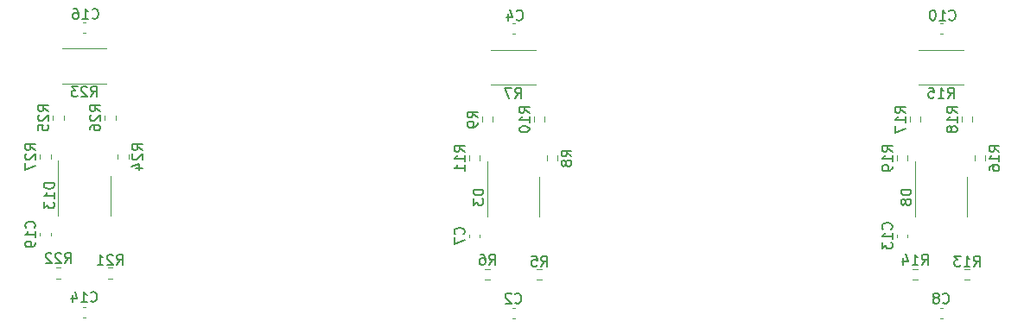
<source format=gbr>
%TF.GenerationSoftware,KiCad,Pcbnew,6.0.2+dfsg-1*%
%TF.CreationDate,2023-11-28T02:04:46+03:00*%
%TF.ProjectId,servodriver,73657276-6f64-4726-9976-65722e6b6963,rev?*%
%TF.SameCoordinates,Original*%
%TF.FileFunction,Legend,Bot*%
%TF.FilePolarity,Positive*%
%FSLAX46Y46*%
G04 Gerber Fmt 4.6, Leading zero omitted, Abs format (unit mm)*
G04 Created by KiCad (PCBNEW 6.0.2+dfsg-1) date 2023-11-28 02:04:46*
%MOMM*%
%LPD*%
G01*
G04 APERTURE LIST*
%ADD10C,0.150000*%
%ADD11C,0.120000*%
G04 APERTURE END LIST*
D10*
%TO.C,C19*%
X122258507Y-91766653D02*
X122306126Y-91719034D01*
X122353745Y-91576177D01*
X122353745Y-91480939D01*
X122306126Y-91338082D01*
X122210888Y-91242844D01*
X122115650Y-91195225D01*
X121925174Y-91147606D01*
X121782317Y-91147606D01*
X121591841Y-91195225D01*
X121496603Y-91242844D01*
X121401365Y-91338082D01*
X121353745Y-91480939D01*
X121353745Y-91576177D01*
X121401365Y-91719034D01*
X121448984Y-91766653D01*
X122353745Y-92719034D02*
X122353745Y-92147606D01*
X122353745Y-92433320D02*
X121353745Y-92433320D01*
X121496603Y-92338082D01*
X121591841Y-92242844D01*
X121639460Y-92147606D01*
X122353745Y-93195225D02*
X122353745Y-93385701D01*
X122306126Y-93480939D01*
X122258507Y-93528558D01*
X122115650Y-93623796D01*
X121925174Y-93671415D01*
X121544222Y-93671415D01*
X121448984Y-93623796D01*
X121401365Y-93576177D01*
X121353745Y-93480939D01*
X121353745Y-93290463D01*
X121401365Y-93195225D01*
X121448984Y-93147606D01*
X121544222Y-93099987D01*
X121782317Y-93099987D01*
X121877555Y-93147606D01*
X121925174Y-93195225D01*
X121972793Y-93290463D01*
X121972793Y-93480939D01*
X121925174Y-93576177D01*
X121877555Y-93623796D01*
X121782317Y-93671415D01*
%TO.C,R22*%
X125244222Y-95241891D02*
X125577555Y-94765701D01*
X125815650Y-95241891D02*
X125815650Y-94241891D01*
X125434698Y-94241891D01*
X125339460Y-94289511D01*
X125291841Y-94337130D01*
X125244222Y-94432368D01*
X125244222Y-94575225D01*
X125291841Y-94670463D01*
X125339460Y-94718082D01*
X125434698Y-94765701D01*
X125815650Y-94765701D01*
X124863269Y-94337130D02*
X124815650Y-94289511D01*
X124720412Y-94241891D01*
X124482317Y-94241891D01*
X124387079Y-94289511D01*
X124339460Y-94337130D01*
X124291841Y-94432368D01*
X124291841Y-94527606D01*
X124339460Y-94670463D01*
X124910888Y-95241891D01*
X124291841Y-95241891D01*
X123910888Y-94337130D02*
X123863269Y-94289511D01*
X123768031Y-94241891D01*
X123529936Y-94241891D01*
X123434698Y-94289511D01*
X123387079Y-94337130D01*
X123339460Y-94432368D01*
X123339460Y-94527606D01*
X123387079Y-94670463D01*
X123958507Y-95241891D01*
X123339460Y-95241891D01*
%TO.C,C2*%
X169361312Y-99097142D02*
X169408931Y-99144761D01*
X169551788Y-99192380D01*
X169647026Y-99192380D01*
X169789884Y-99144761D01*
X169885122Y-99049523D01*
X169932741Y-98954285D01*
X169980360Y-98763809D01*
X169980360Y-98620952D01*
X169932741Y-98430476D01*
X169885122Y-98335238D01*
X169789884Y-98240000D01*
X169647026Y-98192380D01*
X169551788Y-98192380D01*
X169408931Y-98240000D01*
X169361312Y-98287619D01*
X168980360Y-98287619D02*
X168932741Y-98240000D01*
X168837503Y-98192380D01*
X168599407Y-98192380D01*
X168504169Y-98240000D01*
X168456550Y-98287619D01*
X168408931Y-98382857D01*
X168408931Y-98478095D01*
X168456550Y-98620952D01*
X169027979Y-99192380D01*
X168408931Y-99192380D01*
%TO.C,R25*%
X123623745Y-80336653D02*
X123147555Y-80003320D01*
X123623745Y-79765225D02*
X122623745Y-79765225D01*
X122623745Y-80146177D01*
X122671365Y-80241415D01*
X122718984Y-80289034D01*
X122814222Y-80336653D01*
X122957079Y-80336653D01*
X123052317Y-80289034D01*
X123099936Y-80241415D01*
X123147555Y-80146177D01*
X123147555Y-79765225D01*
X122718984Y-80717606D02*
X122671365Y-80765225D01*
X122623745Y-80860463D01*
X122623745Y-81098558D01*
X122671365Y-81193796D01*
X122718984Y-81241415D01*
X122814222Y-81289034D01*
X122909460Y-81289034D01*
X123052317Y-81241415D01*
X123623745Y-80669987D01*
X123623745Y-81289034D01*
X122623745Y-82193796D02*
X122623745Y-81717606D01*
X123099936Y-81669987D01*
X123052317Y-81717606D01*
X123004698Y-81812844D01*
X123004698Y-82050939D01*
X123052317Y-82146177D01*
X123099936Y-82193796D01*
X123195174Y-82241415D01*
X123433269Y-82241415D01*
X123528507Y-82193796D01*
X123576126Y-82146177D01*
X123623745Y-82050939D01*
X123623745Y-81812844D01*
X123576126Y-81717606D01*
X123528507Y-81669987D01*
%TO.C,R14*%
X209207503Y-95382380D02*
X209540836Y-94906190D01*
X209778931Y-95382380D02*
X209778931Y-94382380D01*
X209397979Y-94382380D01*
X209302741Y-94430000D01*
X209255122Y-94477619D01*
X209207503Y-94572857D01*
X209207503Y-94715714D01*
X209255122Y-94810952D01*
X209302741Y-94858571D01*
X209397979Y-94906190D01*
X209778931Y-94906190D01*
X208255122Y-95382380D02*
X208826550Y-95382380D01*
X208540836Y-95382380D02*
X208540836Y-94382380D01*
X208636074Y-94525238D01*
X208731312Y-94620476D01*
X208826550Y-94668095D01*
X207397979Y-94715714D02*
X207397979Y-95382380D01*
X207636074Y-94334761D02*
X207874169Y-95049047D01*
X207255122Y-95049047D01*
%TO.C,C8*%
X211271312Y-99097142D02*
X211318931Y-99144761D01*
X211461788Y-99192380D01*
X211557026Y-99192380D01*
X211699884Y-99144761D01*
X211795122Y-99049523D01*
X211842741Y-98954285D01*
X211890360Y-98763809D01*
X211890360Y-98620952D01*
X211842741Y-98430476D01*
X211795122Y-98335238D01*
X211699884Y-98240000D01*
X211557026Y-98192380D01*
X211461788Y-98192380D01*
X211318931Y-98240000D01*
X211271312Y-98287619D01*
X210699884Y-98620952D02*
X210795122Y-98573333D01*
X210842741Y-98525714D01*
X210890360Y-98430476D01*
X210890360Y-98382857D01*
X210842741Y-98287619D01*
X210795122Y-98240000D01*
X210699884Y-98192380D01*
X210509407Y-98192380D01*
X210414169Y-98240000D01*
X210366550Y-98287619D01*
X210318931Y-98382857D01*
X210318931Y-98430476D01*
X210366550Y-98525714D01*
X210414169Y-98573333D01*
X210509407Y-98620952D01*
X210699884Y-98620952D01*
X210795122Y-98668571D01*
X210842741Y-98716190D01*
X210890360Y-98811428D01*
X210890360Y-99001904D01*
X210842741Y-99097142D01*
X210795122Y-99144761D01*
X210699884Y-99192380D01*
X210509407Y-99192380D01*
X210414169Y-99144761D01*
X210366550Y-99097142D01*
X210318931Y-99001904D01*
X210318931Y-98811428D01*
X210366550Y-98716190D01*
X210414169Y-98668571D01*
X210509407Y-98620952D01*
%TO.C,R21*%
X130324222Y-95401891D02*
X130657555Y-94925701D01*
X130895650Y-95401891D02*
X130895650Y-94401891D01*
X130514698Y-94401891D01*
X130419460Y-94449511D01*
X130371841Y-94497130D01*
X130324222Y-94592368D01*
X130324222Y-94735225D01*
X130371841Y-94830463D01*
X130419460Y-94878082D01*
X130514698Y-94925701D01*
X130895650Y-94925701D01*
X129943269Y-94497130D02*
X129895650Y-94449511D01*
X129800412Y-94401891D01*
X129562317Y-94401891D01*
X129467079Y-94449511D01*
X129419460Y-94497130D01*
X129371841Y-94592368D01*
X129371841Y-94687606D01*
X129419460Y-94830463D01*
X129990888Y-95401891D01*
X129371841Y-95401891D01*
X128419460Y-95401891D02*
X128990888Y-95401891D01*
X128705174Y-95401891D02*
X128705174Y-94401891D01*
X128800412Y-94544749D01*
X128895650Y-94639987D01*
X128990888Y-94687606D01*
%TO.C,R24*%
X132833745Y-84146653D02*
X132357555Y-83813320D01*
X132833745Y-83575225D02*
X131833745Y-83575225D01*
X131833745Y-83956177D01*
X131881365Y-84051415D01*
X131928984Y-84099034D01*
X132024222Y-84146653D01*
X132167079Y-84146653D01*
X132262317Y-84099034D01*
X132309936Y-84051415D01*
X132357555Y-83956177D01*
X132357555Y-83575225D01*
X131928984Y-84527606D02*
X131881365Y-84575225D01*
X131833745Y-84670463D01*
X131833745Y-84908558D01*
X131881365Y-85003796D01*
X131928984Y-85051415D01*
X132024222Y-85099034D01*
X132119460Y-85099034D01*
X132262317Y-85051415D01*
X132833745Y-84479987D01*
X132833745Y-85099034D01*
X132167079Y-85956177D02*
X132833745Y-85956177D01*
X131786126Y-85718082D02*
X132500412Y-85479987D01*
X132500412Y-86099034D01*
%TO.C,C10*%
X211888083Y-71317142D02*
X211935702Y-71364761D01*
X212078559Y-71412380D01*
X212173797Y-71412380D01*
X212316654Y-71364761D01*
X212411892Y-71269523D01*
X212459511Y-71174285D01*
X212507130Y-70983809D01*
X212507130Y-70840952D01*
X212459511Y-70650476D01*
X212411892Y-70555238D01*
X212316654Y-70460000D01*
X212173797Y-70412380D01*
X212078559Y-70412380D01*
X211935702Y-70460000D01*
X211888083Y-70507619D01*
X210935702Y-71412380D02*
X211507130Y-71412380D01*
X211221416Y-71412380D02*
X211221416Y-70412380D01*
X211316654Y-70555238D01*
X211411892Y-70650476D01*
X211507130Y-70698095D01*
X210316654Y-70412380D02*
X210221416Y-70412380D01*
X210126178Y-70460000D01*
X210078559Y-70507619D01*
X210030940Y-70602857D01*
X209983321Y-70793333D01*
X209983321Y-71031428D01*
X210030940Y-71221904D01*
X210078559Y-71317142D01*
X210126178Y-71364761D01*
X210221416Y-71412380D01*
X210316654Y-71412380D01*
X210411892Y-71364761D01*
X210459511Y-71317142D01*
X210507130Y-71221904D01*
X210554749Y-71031428D01*
X210554749Y-70793333D01*
X210507130Y-70602857D01*
X210459511Y-70507619D01*
X210411892Y-70460000D01*
X210316654Y-70412380D01*
%TO.C,R6*%
X166821312Y-95382380D02*
X167154646Y-94906190D01*
X167392741Y-95382380D02*
X167392741Y-94382380D01*
X167011788Y-94382380D01*
X166916550Y-94430000D01*
X166868931Y-94477619D01*
X166821312Y-94572857D01*
X166821312Y-94715714D01*
X166868931Y-94810952D01*
X166916550Y-94858571D01*
X167011788Y-94906190D01*
X167392741Y-94906190D01*
X165964169Y-94382380D02*
X166154646Y-94382380D01*
X166249884Y-94430000D01*
X166297503Y-94477619D01*
X166392741Y-94620476D01*
X166440360Y-94810952D01*
X166440360Y-95191904D01*
X166392741Y-95287142D01*
X166345122Y-95334761D01*
X166249884Y-95382380D01*
X166059407Y-95382380D01*
X165964169Y-95334761D01*
X165916550Y-95287142D01*
X165868931Y-95191904D01*
X165868931Y-94953809D01*
X165916550Y-94858571D01*
X165964169Y-94810952D01*
X166059407Y-94763333D01*
X166249884Y-94763333D01*
X166345122Y-94810952D01*
X166392741Y-94858571D01*
X166440360Y-94953809D01*
%TO.C,D8*%
X208157026Y-88001904D02*
X207157026Y-88001904D01*
X207157026Y-88240000D01*
X207204646Y-88382857D01*
X207299884Y-88478095D01*
X207395122Y-88525714D01*
X207585598Y-88573333D01*
X207728455Y-88573333D01*
X207918931Y-88525714D01*
X208014169Y-88478095D01*
X208109407Y-88382857D01*
X208157026Y-88240000D01*
X208157026Y-88001904D01*
X207585598Y-89144761D02*
X207537979Y-89049523D01*
X207490360Y-89001904D01*
X207395122Y-88954285D01*
X207347503Y-88954285D01*
X207252265Y-89001904D01*
X207204646Y-89049523D01*
X207157026Y-89144761D01*
X207157026Y-89335238D01*
X207204646Y-89430476D01*
X207252265Y-89478095D01*
X207347503Y-89525714D01*
X207395122Y-89525714D01*
X207490360Y-89478095D01*
X207537979Y-89430476D01*
X207585598Y-89335238D01*
X207585598Y-89144761D01*
X207633217Y-89049523D01*
X207680836Y-89001904D01*
X207776074Y-88954285D01*
X207966550Y-88954285D01*
X208061788Y-89001904D01*
X208109407Y-89049523D01*
X208157026Y-89144761D01*
X208157026Y-89335238D01*
X208109407Y-89430476D01*
X208061788Y-89478095D01*
X207966550Y-89525714D01*
X207776074Y-89525714D01*
X207680836Y-89478095D01*
X207633217Y-89430476D01*
X207585598Y-89335238D01*
%TO.C,R18*%
X212667026Y-80477142D02*
X212190836Y-80143809D01*
X212667026Y-79905714D02*
X211667026Y-79905714D01*
X211667026Y-80286666D01*
X211714646Y-80381904D01*
X211762265Y-80429523D01*
X211857503Y-80477142D01*
X212000360Y-80477142D01*
X212095598Y-80429523D01*
X212143217Y-80381904D01*
X212190836Y-80286666D01*
X212190836Y-79905714D01*
X212667026Y-81429523D02*
X212667026Y-80858095D01*
X212667026Y-81143809D02*
X211667026Y-81143809D01*
X211809884Y-81048571D01*
X211905122Y-80953333D01*
X211952741Y-80858095D01*
X212095598Y-82000952D02*
X212047979Y-81905714D01*
X212000360Y-81858095D01*
X211905122Y-81810476D01*
X211857503Y-81810476D01*
X211762265Y-81858095D01*
X211714646Y-81905714D01*
X211667026Y-82000952D01*
X211667026Y-82191428D01*
X211714646Y-82286666D01*
X211762265Y-82334285D01*
X211857503Y-82381904D01*
X211905122Y-82381904D01*
X212000360Y-82334285D01*
X212047979Y-82286666D01*
X212095598Y-82191428D01*
X212095598Y-82000952D01*
X212143217Y-81905714D01*
X212190836Y-81858095D01*
X212286074Y-81810476D01*
X212476550Y-81810476D01*
X212571788Y-81858095D01*
X212619407Y-81905714D01*
X212667026Y-82000952D01*
X212667026Y-82191428D01*
X212619407Y-82286666D01*
X212571788Y-82334285D01*
X212476550Y-82381904D01*
X212286074Y-82381904D01*
X212190836Y-82334285D01*
X212143217Y-82286666D01*
X212095598Y-82191428D01*
%TO.C,C13*%
X206221788Y-91907142D02*
X206269407Y-91859523D01*
X206317026Y-91716666D01*
X206317026Y-91621428D01*
X206269407Y-91478571D01*
X206174169Y-91383333D01*
X206078931Y-91335714D01*
X205888455Y-91288095D01*
X205745598Y-91288095D01*
X205555122Y-91335714D01*
X205459884Y-91383333D01*
X205364646Y-91478571D01*
X205317026Y-91621428D01*
X205317026Y-91716666D01*
X205364646Y-91859523D01*
X205412265Y-91907142D01*
X206317026Y-92859523D02*
X206317026Y-92288095D01*
X206317026Y-92573809D02*
X205317026Y-92573809D01*
X205459884Y-92478571D01*
X205555122Y-92383333D01*
X205602741Y-92288095D01*
X205317026Y-93192857D02*
X205317026Y-93811904D01*
X205697979Y-93478571D01*
X205697979Y-93621428D01*
X205745598Y-93716666D01*
X205793217Y-93764285D01*
X205888455Y-93811904D01*
X206126550Y-93811904D01*
X206221788Y-93764285D01*
X206269407Y-93716666D01*
X206317026Y-93621428D01*
X206317026Y-93335714D01*
X206269407Y-93240476D01*
X206221788Y-93192857D01*
%TO.C,R11*%
X164407026Y-84287142D02*
X163930836Y-83953809D01*
X164407026Y-83715714D02*
X163407026Y-83715714D01*
X163407026Y-84096666D01*
X163454646Y-84191904D01*
X163502265Y-84239523D01*
X163597503Y-84287142D01*
X163740360Y-84287142D01*
X163835598Y-84239523D01*
X163883217Y-84191904D01*
X163930836Y-84096666D01*
X163930836Y-83715714D01*
X164407026Y-85239523D02*
X164407026Y-84668095D01*
X164407026Y-84953809D02*
X163407026Y-84953809D01*
X163549884Y-84858571D01*
X163645122Y-84763333D01*
X163692741Y-84668095D01*
X164407026Y-86191904D02*
X164407026Y-85620476D01*
X164407026Y-85906190D02*
X163407026Y-85906190D01*
X163549884Y-85810952D01*
X163645122Y-85715714D01*
X163692741Y-85620476D01*
%TO.C,R8*%
X174887026Y-84763333D02*
X174410836Y-84430000D01*
X174887026Y-84191904D02*
X173887026Y-84191904D01*
X173887026Y-84572857D01*
X173934646Y-84668095D01*
X173982265Y-84715714D01*
X174077503Y-84763333D01*
X174220360Y-84763333D01*
X174315598Y-84715714D01*
X174363217Y-84668095D01*
X174410836Y-84572857D01*
X174410836Y-84191904D01*
X174315598Y-85334761D02*
X174267979Y-85239523D01*
X174220360Y-85191904D01*
X174125122Y-85144285D01*
X174077503Y-85144285D01*
X173982265Y-85191904D01*
X173934646Y-85239523D01*
X173887026Y-85334761D01*
X173887026Y-85525238D01*
X173934646Y-85620476D01*
X173982265Y-85668095D01*
X174077503Y-85715714D01*
X174125122Y-85715714D01*
X174220360Y-85668095D01*
X174267979Y-85620476D01*
X174315598Y-85525238D01*
X174315598Y-85334761D01*
X174363217Y-85239523D01*
X174410836Y-85191904D01*
X174506074Y-85144285D01*
X174696550Y-85144285D01*
X174791788Y-85191904D01*
X174839407Y-85239523D01*
X174887026Y-85334761D01*
X174887026Y-85525238D01*
X174839407Y-85620476D01*
X174791788Y-85668095D01*
X174696550Y-85715714D01*
X174506074Y-85715714D01*
X174410836Y-85668095D01*
X174363217Y-85620476D01*
X174315598Y-85525238D01*
%TO.C,R10*%
X170757026Y-80477142D02*
X170280836Y-80143809D01*
X170757026Y-79905714D02*
X169757026Y-79905714D01*
X169757026Y-80286666D01*
X169804646Y-80381904D01*
X169852265Y-80429523D01*
X169947503Y-80477142D01*
X170090360Y-80477142D01*
X170185598Y-80429523D01*
X170233217Y-80381904D01*
X170280836Y-80286666D01*
X170280836Y-79905714D01*
X170757026Y-81429523D02*
X170757026Y-80858095D01*
X170757026Y-81143809D02*
X169757026Y-81143809D01*
X169899884Y-81048571D01*
X169995122Y-80953333D01*
X170042741Y-80858095D01*
X169757026Y-82048571D02*
X169757026Y-82143809D01*
X169804646Y-82239047D01*
X169852265Y-82286666D01*
X169947503Y-82334285D01*
X170137979Y-82381904D01*
X170376074Y-82381904D01*
X170566550Y-82334285D01*
X170661788Y-82286666D01*
X170709407Y-82239047D01*
X170757026Y-82143809D01*
X170757026Y-82048571D01*
X170709407Y-81953333D01*
X170661788Y-81905714D01*
X170566550Y-81858095D01*
X170376074Y-81810476D01*
X170137979Y-81810476D01*
X169947503Y-81858095D01*
X169852265Y-81905714D01*
X169804646Y-81953333D01*
X169757026Y-82048571D01*
%TO.C,R23*%
X127784222Y-78891891D02*
X128117555Y-78415701D01*
X128355650Y-78891891D02*
X128355650Y-77891891D01*
X127974698Y-77891891D01*
X127879460Y-77939511D01*
X127831841Y-77987130D01*
X127784222Y-78082368D01*
X127784222Y-78225225D01*
X127831841Y-78320463D01*
X127879460Y-78368082D01*
X127974698Y-78415701D01*
X128355650Y-78415701D01*
X127403269Y-77987130D02*
X127355650Y-77939511D01*
X127260412Y-77891891D01*
X127022317Y-77891891D01*
X126927079Y-77939511D01*
X126879460Y-77987130D01*
X126831841Y-78082368D01*
X126831841Y-78177606D01*
X126879460Y-78320463D01*
X127450888Y-78891891D01*
X126831841Y-78891891D01*
X126498507Y-77891891D02*
X125879460Y-77891891D01*
X126212793Y-78272844D01*
X126069936Y-78272844D01*
X125974698Y-78320463D01*
X125927079Y-78368082D01*
X125879460Y-78463320D01*
X125879460Y-78701415D01*
X125927079Y-78796653D01*
X125974698Y-78844272D01*
X126069936Y-78891891D01*
X126355650Y-78891891D01*
X126450888Y-78844272D01*
X126498507Y-78796653D01*
%TO.C,C14*%
X127784222Y-98956653D02*
X127831841Y-99004272D01*
X127974698Y-99051891D01*
X128069936Y-99051891D01*
X128212793Y-99004272D01*
X128308031Y-98909034D01*
X128355650Y-98813796D01*
X128403269Y-98623320D01*
X128403269Y-98480463D01*
X128355650Y-98289987D01*
X128308031Y-98194749D01*
X128212793Y-98099511D01*
X128069936Y-98051891D01*
X127974698Y-98051891D01*
X127831841Y-98099511D01*
X127784222Y-98147130D01*
X126831841Y-99051891D02*
X127403269Y-99051891D01*
X127117555Y-99051891D02*
X127117555Y-98051891D01*
X127212793Y-98194749D01*
X127308031Y-98289987D01*
X127403269Y-98337606D01*
X125974698Y-98385225D02*
X125974698Y-99051891D01*
X126212793Y-98004272D02*
X126450888Y-98718558D01*
X125831841Y-98718558D01*
%TO.C,C7*%
X164311788Y-92383333D02*
X164359407Y-92335714D01*
X164407026Y-92192857D01*
X164407026Y-92097619D01*
X164359407Y-91954761D01*
X164264169Y-91859523D01*
X164168931Y-91811904D01*
X163978455Y-91764285D01*
X163835598Y-91764285D01*
X163645122Y-91811904D01*
X163549884Y-91859523D01*
X163454646Y-91954761D01*
X163407026Y-92097619D01*
X163407026Y-92192857D01*
X163454646Y-92335714D01*
X163502265Y-92383333D01*
X163407026Y-92716666D02*
X163407026Y-93383333D01*
X164407026Y-92954761D01*
%TO.C,R15*%
X211747503Y-79032380D02*
X212080836Y-78556190D01*
X212318931Y-79032380D02*
X212318931Y-78032380D01*
X211937979Y-78032380D01*
X211842741Y-78080000D01*
X211795122Y-78127619D01*
X211747503Y-78222857D01*
X211747503Y-78365714D01*
X211795122Y-78460952D01*
X211842741Y-78508571D01*
X211937979Y-78556190D01*
X212318931Y-78556190D01*
X210795122Y-79032380D02*
X211366550Y-79032380D01*
X211080836Y-79032380D02*
X211080836Y-78032380D01*
X211176074Y-78175238D01*
X211271312Y-78270476D01*
X211366550Y-78318095D01*
X209890360Y-78032380D02*
X210366550Y-78032380D01*
X210414169Y-78508571D01*
X210366550Y-78460952D01*
X210271312Y-78413333D01*
X210033217Y-78413333D01*
X209937979Y-78460952D01*
X209890360Y-78508571D01*
X209842741Y-78603809D01*
X209842741Y-78841904D01*
X209890360Y-78937142D01*
X209937979Y-78984761D01*
X210033217Y-79032380D01*
X210271312Y-79032380D01*
X210366550Y-78984761D01*
X210414169Y-78937142D01*
%TO.C,R27*%
X122353745Y-84146653D02*
X121877555Y-83813320D01*
X122353745Y-83575225D02*
X121353745Y-83575225D01*
X121353745Y-83956177D01*
X121401365Y-84051415D01*
X121448984Y-84099034D01*
X121544222Y-84146653D01*
X121687079Y-84146653D01*
X121782317Y-84099034D01*
X121829936Y-84051415D01*
X121877555Y-83956177D01*
X121877555Y-83575225D01*
X121448984Y-84527606D02*
X121401365Y-84575225D01*
X121353745Y-84670463D01*
X121353745Y-84908558D01*
X121401365Y-85003796D01*
X121448984Y-85051415D01*
X121544222Y-85099034D01*
X121639460Y-85099034D01*
X121782317Y-85051415D01*
X122353745Y-84479987D01*
X122353745Y-85099034D01*
X121353745Y-85432368D02*
X121353745Y-86099034D01*
X122353745Y-85670463D01*
%TO.C,D3*%
X166247026Y-88001904D02*
X165247026Y-88001904D01*
X165247026Y-88240000D01*
X165294646Y-88382857D01*
X165389884Y-88478095D01*
X165485122Y-88525714D01*
X165675598Y-88573333D01*
X165818455Y-88573333D01*
X166008931Y-88525714D01*
X166104169Y-88478095D01*
X166199407Y-88382857D01*
X166247026Y-88240000D01*
X166247026Y-88001904D01*
X165247026Y-88906666D02*
X165247026Y-89525714D01*
X165627979Y-89192380D01*
X165627979Y-89335238D01*
X165675598Y-89430476D01*
X165723217Y-89478095D01*
X165818455Y-89525714D01*
X166056550Y-89525714D01*
X166151788Y-89478095D01*
X166199407Y-89430476D01*
X166247026Y-89335238D01*
X166247026Y-89049523D01*
X166199407Y-88954285D01*
X166151788Y-88906666D01*
%TO.C,R26*%
X128703745Y-80336653D02*
X128227555Y-80003320D01*
X128703745Y-79765225D02*
X127703745Y-79765225D01*
X127703745Y-80146177D01*
X127751365Y-80241415D01*
X127798984Y-80289034D01*
X127894222Y-80336653D01*
X128037079Y-80336653D01*
X128132317Y-80289034D01*
X128179936Y-80241415D01*
X128227555Y-80146177D01*
X128227555Y-79765225D01*
X127798984Y-80717606D02*
X127751365Y-80765225D01*
X127703745Y-80860463D01*
X127703745Y-81098558D01*
X127751365Y-81193796D01*
X127798984Y-81241415D01*
X127894222Y-81289034D01*
X127989460Y-81289034D01*
X128132317Y-81241415D01*
X128703745Y-80669987D01*
X128703745Y-81289034D01*
X127703745Y-82146177D02*
X127703745Y-81955701D01*
X127751365Y-81860463D01*
X127798984Y-81812844D01*
X127941841Y-81717606D01*
X128132317Y-81669987D01*
X128513269Y-81669987D01*
X128608507Y-81717606D01*
X128656126Y-81765225D01*
X128703745Y-81860463D01*
X128703745Y-82050939D01*
X128656126Y-82146177D01*
X128608507Y-82193796D01*
X128513269Y-82241415D01*
X128275174Y-82241415D01*
X128179936Y-82193796D01*
X128132317Y-82146177D01*
X128084698Y-82050939D01*
X128084698Y-81860463D01*
X128132317Y-81765225D01*
X128179936Y-81717606D01*
X128275174Y-81669987D01*
%TO.C,R5*%
X171901312Y-95542380D02*
X172234646Y-95066190D01*
X172472741Y-95542380D02*
X172472741Y-94542380D01*
X172091788Y-94542380D01*
X171996550Y-94590000D01*
X171948931Y-94637619D01*
X171901312Y-94732857D01*
X171901312Y-94875714D01*
X171948931Y-94970952D01*
X171996550Y-95018571D01*
X172091788Y-95066190D01*
X172472741Y-95066190D01*
X170996550Y-94542380D02*
X171472741Y-94542380D01*
X171520360Y-95018571D01*
X171472741Y-94970952D01*
X171377503Y-94923333D01*
X171139407Y-94923333D01*
X171044169Y-94970952D01*
X170996550Y-95018571D01*
X170948931Y-95113809D01*
X170948931Y-95351904D01*
X170996550Y-95447142D01*
X171044169Y-95494761D01*
X171139407Y-95542380D01*
X171377503Y-95542380D01*
X171472741Y-95494761D01*
X171520360Y-95447142D01*
%TO.C,R7*%
X169361312Y-79032380D02*
X169694646Y-78556190D01*
X169932741Y-79032380D02*
X169932741Y-78032380D01*
X169551788Y-78032380D01*
X169456550Y-78080000D01*
X169408931Y-78127619D01*
X169361312Y-78222857D01*
X169361312Y-78365714D01*
X169408931Y-78460952D01*
X169456550Y-78508571D01*
X169551788Y-78556190D01*
X169932741Y-78556190D01*
X169027979Y-78032380D02*
X168361312Y-78032380D01*
X168789884Y-79032380D01*
%TO.C,R13*%
X214287503Y-95542380D02*
X214620836Y-95066190D01*
X214858931Y-95542380D02*
X214858931Y-94542380D01*
X214477979Y-94542380D01*
X214382741Y-94590000D01*
X214335122Y-94637619D01*
X214287503Y-94732857D01*
X214287503Y-94875714D01*
X214335122Y-94970952D01*
X214382741Y-95018571D01*
X214477979Y-95066190D01*
X214858931Y-95066190D01*
X213335122Y-95542380D02*
X213906550Y-95542380D01*
X213620836Y-95542380D02*
X213620836Y-94542380D01*
X213716074Y-94685238D01*
X213811312Y-94780476D01*
X213906550Y-94828095D01*
X213001788Y-94542380D02*
X212382741Y-94542380D01*
X212716074Y-94923333D01*
X212573217Y-94923333D01*
X212477979Y-94970952D01*
X212430360Y-95018571D01*
X212382741Y-95113809D01*
X212382741Y-95351904D01*
X212430360Y-95447142D01*
X212477979Y-95494761D01*
X212573217Y-95542380D01*
X212858931Y-95542380D01*
X212954169Y-95494761D01*
X213001788Y-95447142D01*
%TO.C,D13*%
X124193745Y-87385225D02*
X123193745Y-87385225D01*
X123193745Y-87623320D01*
X123241365Y-87766177D01*
X123336603Y-87861415D01*
X123431841Y-87909034D01*
X123622317Y-87956653D01*
X123765174Y-87956653D01*
X123955650Y-87909034D01*
X124050888Y-87861415D01*
X124146126Y-87766177D01*
X124193745Y-87623320D01*
X124193745Y-87385225D01*
X124193745Y-88909034D02*
X124193745Y-88337606D01*
X124193745Y-88623320D02*
X123193745Y-88623320D01*
X123336603Y-88528082D01*
X123431841Y-88432844D01*
X123479460Y-88337606D01*
X123193745Y-89242368D02*
X123193745Y-89861415D01*
X123574698Y-89528082D01*
X123574698Y-89670939D01*
X123622317Y-89766177D01*
X123669936Y-89813796D01*
X123765174Y-89861415D01*
X124003269Y-89861415D01*
X124098507Y-89813796D01*
X124146126Y-89766177D01*
X124193745Y-89670939D01*
X124193745Y-89385225D01*
X124146126Y-89289987D01*
X124098507Y-89242368D01*
%TO.C,C16*%
X127924802Y-71176653D02*
X127972421Y-71224272D01*
X128115278Y-71271891D01*
X128210516Y-71271891D01*
X128353373Y-71224272D01*
X128448611Y-71129034D01*
X128496230Y-71033796D01*
X128543849Y-70843320D01*
X128543849Y-70700463D01*
X128496230Y-70509987D01*
X128448611Y-70414749D01*
X128353373Y-70319511D01*
X128210516Y-70271891D01*
X128115278Y-70271891D01*
X127972421Y-70319511D01*
X127924802Y-70367130D01*
X126972421Y-71271891D02*
X127543849Y-71271891D01*
X127258135Y-71271891D02*
X127258135Y-70271891D01*
X127353373Y-70414749D01*
X127448611Y-70509987D01*
X127543849Y-70557606D01*
X126115278Y-70271891D02*
X126305754Y-70271891D01*
X126400992Y-70319511D01*
X126448611Y-70367130D01*
X126543849Y-70509987D01*
X126591468Y-70700463D01*
X126591468Y-71081415D01*
X126543849Y-71176653D01*
X126496230Y-71224272D01*
X126400992Y-71271891D01*
X126210516Y-71271891D01*
X126115278Y-71224272D01*
X126067659Y-71176653D01*
X126020040Y-71081415D01*
X126020040Y-70843320D01*
X126067659Y-70748082D01*
X126115278Y-70700463D01*
X126210516Y-70652844D01*
X126400992Y-70652844D01*
X126496230Y-70700463D01*
X126543849Y-70748082D01*
X126591468Y-70843320D01*
%TO.C,R9*%
X165677026Y-80953333D02*
X165200836Y-80620000D01*
X165677026Y-80381904D02*
X164677026Y-80381904D01*
X164677026Y-80762857D01*
X164724646Y-80858095D01*
X164772265Y-80905714D01*
X164867503Y-80953333D01*
X165010360Y-80953333D01*
X165105598Y-80905714D01*
X165153217Y-80858095D01*
X165200836Y-80762857D01*
X165200836Y-80381904D01*
X165677026Y-81429523D02*
X165677026Y-81620000D01*
X165629407Y-81715238D01*
X165581788Y-81762857D01*
X165438931Y-81858095D01*
X165248455Y-81905714D01*
X164867503Y-81905714D01*
X164772265Y-81858095D01*
X164724646Y-81810476D01*
X164677026Y-81715238D01*
X164677026Y-81524761D01*
X164724646Y-81429523D01*
X164772265Y-81381904D01*
X164867503Y-81334285D01*
X165105598Y-81334285D01*
X165200836Y-81381904D01*
X165248455Y-81429523D01*
X165296074Y-81524761D01*
X165296074Y-81715238D01*
X165248455Y-81810476D01*
X165200836Y-81858095D01*
X165105598Y-81905714D01*
%TO.C,R17*%
X207587026Y-80477142D02*
X207110836Y-80143809D01*
X207587026Y-79905714D02*
X206587026Y-79905714D01*
X206587026Y-80286666D01*
X206634646Y-80381904D01*
X206682265Y-80429523D01*
X206777503Y-80477142D01*
X206920360Y-80477142D01*
X207015598Y-80429523D01*
X207063217Y-80381904D01*
X207110836Y-80286666D01*
X207110836Y-79905714D01*
X207587026Y-81429523D02*
X207587026Y-80858095D01*
X207587026Y-81143809D02*
X206587026Y-81143809D01*
X206729884Y-81048571D01*
X206825122Y-80953333D01*
X206872741Y-80858095D01*
X206587026Y-81762857D02*
X206587026Y-82429523D01*
X207587026Y-82000952D01*
%TO.C,C4*%
X169501892Y-71317142D02*
X169549511Y-71364761D01*
X169692368Y-71412380D01*
X169787606Y-71412380D01*
X169930464Y-71364761D01*
X170025702Y-71269523D01*
X170073321Y-71174285D01*
X170120940Y-70983809D01*
X170120940Y-70840952D01*
X170073321Y-70650476D01*
X170025702Y-70555238D01*
X169930464Y-70460000D01*
X169787606Y-70412380D01*
X169692368Y-70412380D01*
X169549511Y-70460000D01*
X169501892Y-70507619D01*
X168644749Y-70745714D02*
X168644749Y-71412380D01*
X168882845Y-70364761D02*
X169120940Y-71079047D01*
X168501892Y-71079047D01*
%TO.C,R19*%
X206317026Y-84287142D02*
X205840836Y-83953809D01*
X206317026Y-83715714D02*
X205317026Y-83715714D01*
X205317026Y-84096666D01*
X205364646Y-84191904D01*
X205412265Y-84239523D01*
X205507503Y-84287142D01*
X205650360Y-84287142D01*
X205745598Y-84239523D01*
X205793217Y-84191904D01*
X205840836Y-84096666D01*
X205840836Y-83715714D01*
X206317026Y-85239523D02*
X206317026Y-84668095D01*
X206317026Y-84953809D02*
X205317026Y-84953809D01*
X205459884Y-84858571D01*
X205555122Y-84763333D01*
X205602741Y-84668095D01*
X206317026Y-85715714D02*
X206317026Y-85906190D01*
X206269407Y-86001428D01*
X206221788Y-86049047D01*
X206078931Y-86144285D01*
X205888455Y-86191904D01*
X205507503Y-86191904D01*
X205412265Y-86144285D01*
X205364646Y-86096666D01*
X205317026Y-86001428D01*
X205317026Y-85810952D01*
X205364646Y-85715714D01*
X205412265Y-85668095D01*
X205507503Y-85620476D01*
X205745598Y-85620476D01*
X205840836Y-85668095D01*
X205888455Y-85715714D01*
X205936074Y-85810952D01*
X205936074Y-86001428D01*
X205888455Y-86096666D01*
X205840836Y-86144285D01*
X205745598Y-86191904D01*
%TO.C,R16*%
X216797026Y-84287142D02*
X216320836Y-83953809D01*
X216797026Y-83715714D02*
X215797026Y-83715714D01*
X215797026Y-84096666D01*
X215844646Y-84191904D01*
X215892265Y-84239523D01*
X215987503Y-84287142D01*
X216130360Y-84287142D01*
X216225598Y-84239523D01*
X216273217Y-84191904D01*
X216320836Y-84096666D01*
X216320836Y-83715714D01*
X216797026Y-85239523D02*
X216797026Y-84668095D01*
X216797026Y-84953809D02*
X215797026Y-84953809D01*
X215939884Y-84858571D01*
X216035122Y-84763333D01*
X216082741Y-84668095D01*
X215797026Y-86096666D02*
X215797026Y-85906190D01*
X215844646Y-85810952D01*
X215892265Y-85763333D01*
X216035122Y-85668095D01*
X216225598Y-85620476D01*
X216606550Y-85620476D01*
X216701788Y-85668095D01*
X216749407Y-85715714D01*
X216797026Y-85810952D01*
X216797026Y-86001428D01*
X216749407Y-86096666D01*
X216701788Y-86144285D01*
X216606550Y-86191904D01*
X216368455Y-86191904D01*
X216273217Y-86144285D01*
X216225598Y-86096666D01*
X216177979Y-86001428D01*
X216177979Y-85810952D01*
X216225598Y-85715714D01*
X216273217Y-85668095D01*
X216368455Y-85620476D01*
D11*
%TO.C,C19*%
X122821365Y-92268931D02*
X122821365Y-92550091D01*
X123841365Y-92268931D02*
X123841365Y-92550091D01*
%TO.C,R22*%
X124838623Y-95697011D02*
X124364107Y-95697011D01*
X124838623Y-96742011D02*
X124364107Y-96742011D01*
%TO.C,C2*%
X169335226Y-100680000D02*
X169054066Y-100680000D01*
X169335226Y-99660000D02*
X169054066Y-99660000D01*
%TO.C,R25*%
X125123865Y-80742253D02*
X125123865Y-81216769D01*
X124078865Y-80742253D02*
X124078865Y-81216769D01*
%TO.C,R14*%
X208801904Y-95837500D02*
X208327388Y-95837500D01*
X208801904Y-96882500D02*
X208327388Y-96882500D01*
%TO.C,C8*%
X211245226Y-99660000D02*
X210964066Y-99660000D01*
X211245226Y-100680000D02*
X210964066Y-100680000D01*
%TO.C,R21*%
X129918623Y-95697011D02*
X129444107Y-95697011D01*
X129918623Y-96742011D02*
X129444107Y-96742011D01*
%TO.C,R24*%
X131473865Y-85026769D02*
X131473865Y-84552253D01*
X130428865Y-85026769D02*
X130428865Y-84552253D01*
%TO.C,C10*%
X210964066Y-72740000D02*
X211245226Y-72740000D01*
X210964066Y-71720000D02*
X211245226Y-71720000D01*
%TO.C,R6*%
X166891904Y-96882500D02*
X166417388Y-96882500D01*
X166891904Y-95837500D02*
X166417388Y-95837500D01*
%TO.C,D8*%
X213664646Y-88740000D02*
X213664646Y-90690000D01*
X213664646Y-88740000D02*
X213664646Y-86790000D01*
X208544646Y-88740000D02*
X208544646Y-90690000D01*
X208544646Y-88740000D02*
X208544646Y-85290000D01*
%TO.C,R18*%
X214167146Y-80882742D02*
X214167146Y-81357258D01*
X213122146Y-80882742D02*
X213122146Y-81357258D01*
%TO.C,C13*%
X206784646Y-92409420D02*
X206784646Y-92690580D01*
X207804646Y-92409420D02*
X207804646Y-92690580D01*
%TO.C,R11*%
X165907146Y-84692742D02*
X165907146Y-85167258D01*
X164862146Y-84692742D02*
X164862146Y-85167258D01*
%TO.C,R8*%
X173527146Y-85167258D02*
X173527146Y-84692742D01*
X172482146Y-85167258D02*
X172482146Y-84692742D01*
%TO.C,R10*%
X171212146Y-80882742D02*
X171212146Y-81357258D01*
X172257146Y-80882742D02*
X172257146Y-81357258D01*
%TO.C,R23*%
X129318429Y-74189511D02*
X124964301Y-74189511D01*
X129318429Y-77609511D02*
X124964301Y-77609511D01*
%TO.C,C14*%
X127281945Y-99519511D02*
X127000785Y-99519511D01*
X127281945Y-100539511D02*
X127000785Y-100539511D01*
%TO.C,C7*%
X164874646Y-92409420D02*
X164874646Y-92690580D01*
X165894646Y-92409420D02*
X165894646Y-92690580D01*
%TO.C,R15*%
X213281710Y-74330000D02*
X208927582Y-74330000D01*
X213281710Y-77750000D02*
X208927582Y-77750000D01*
%TO.C,R27*%
X123853865Y-84552253D02*
X123853865Y-85026769D01*
X122808865Y-84552253D02*
X122808865Y-85026769D01*
%TO.C,D3*%
X166634646Y-88740000D02*
X166634646Y-85290000D01*
X171754646Y-88740000D02*
X171754646Y-90690000D01*
X171754646Y-88740000D02*
X171754646Y-86790000D01*
X166634646Y-88740000D02*
X166634646Y-90690000D01*
%TO.C,R26*%
X130203865Y-80742253D02*
X130203865Y-81216769D01*
X129158865Y-80742253D02*
X129158865Y-81216769D01*
%TO.C,R5*%
X171971904Y-96882500D02*
X171497388Y-96882500D01*
X171971904Y-95837500D02*
X171497388Y-95837500D01*
%TO.C,R7*%
X171371710Y-77750000D02*
X167017582Y-77750000D01*
X171371710Y-74330000D02*
X167017582Y-74330000D01*
%TO.C,R13*%
X213881904Y-96882500D02*
X213407388Y-96882500D01*
X213881904Y-95837500D02*
X213407388Y-95837500D01*
%TO.C,D13*%
X124581365Y-88599511D02*
X124581365Y-90549511D01*
X129701365Y-88599511D02*
X129701365Y-86649511D01*
X129701365Y-88599511D02*
X129701365Y-90549511D01*
X124581365Y-88599511D02*
X124581365Y-85149511D01*
%TO.C,C16*%
X127000785Y-72599511D02*
X127281945Y-72599511D01*
X127000785Y-71579511D02*
X127281945Y-71579511D01*
%TO.C,R9*%
X167177146Y-80882742D02*
X167177146Y-81357258D01*
X166132146Y-80882742D02*
X166132146Y-81357258D01*
%TO.C,R17*%
X208042146Y-80882742D02*
X208042146Y-81357258D01*
X209087146Y-80882742D02*
X209087146Y-81357258D01*
%TO.C,C4*%
X169054066Y-72740000D02*
X169335226Y-72740000D01*
X169054066Y-71720000D02*
X169335226Y-71720000D01*
%TO.C,R19*%
X206772146Y-84692742D02*
X206772146Y-85167258D01*
X207817146Y-84692742D02*
X207817146Y-85167258D01*
%TO.C,R16*%
X214392146Y-85167258D02*
X214392146Y-84692742D01*
X215437146Y-85167258D02*
X215437146Y-84692742D01*
%TD*%
M02*

</source>
